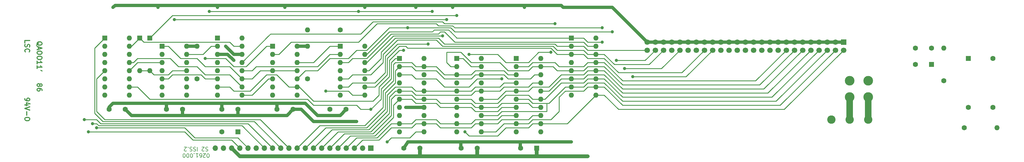
<source format=gbr>
G04 #@! TF.FileFunction,Copper,L1,Top,Signal*
%FSLAX46Y46*%
G04 Gerber Fmt 4.6, Leading zero omitted, Abs format (unit mm)*
G04 Created by KiCad (PCBNEW 4.0.7) date 05/04/18 04:30:26*
%MOMM*%
%LPD*%
G01*
G04 APERTURE LIST*
%ADD10C,0.100000*%
%ADD11C,0.200000*%
%ADD12C,0.300000*%
%ADD13C,1.600000*%
%ADD14R,1.600000X1.600000*%
%ADD15O,1.600000X1.600000*%
%ADD16R,1.700000X1.700000*%
%ADD17O,1.700000X1.700000*%
%ADD18C,1.700000*%
%ADD19C,2.600000*%
%ADD20C,3.000000*%
%ADD21C,1.000000*%
%ADD22C,1.000000*%
%ADD23C,1.200000*%
%ADD24C,2.000000*%
%ADD25C,0.270000*%
G04 APERTURE END LIST*
D10*
D11*
X112864428Y-164725143D02*
X112750143Y-164725143D01*
X112635857Y-164668000D01*
X112578714Y-164610857D01*
X112521571Y-164496571D01*
X112464428Y-164268000D01*
X112464428Y-163982286D01*
X112521571Y-163753714D01*
X112578714Y-163639429D01*
X112635857Y-163582286D01*
X112750143Y-163525143D01*
X112864428Y-163525143D01*
X112978714Y-163582286D01*
X113035857Y-163639429D01*
X113093000Y-163753714D01*
X113150143Y-163982286D01*
X113150143Y-164268000D01*
X113093000Y-164496571D01*
X113035857Y-164610857D01*
X112978714Y-164668000D01*
X112864428Y-164725143D01*
X112007286Y-164610857D02*
X111950143Y-164668000D01*
X111835857Y-164725143D01*
X111550143Y-164725143D01*
X111435857Y-164668000D01*
X111378714Y-164610857D01*
X111321571Y-164496571D01*
X111321571Y-164382286D01*
X111378714Y-164210857D01*
X112064428Y-163525143D01*
X111321571Y-163525143D01*
X110293000Y-164725143D02*
X110521571Y-164725143D01*
X110635857Y-164668000D01*
X110693000Y-164610857D01*
X110807286Y-164439429D01*
X110864429Y-164210857D01*
X110864429Y-163753714D01*
X110807286Y-163639429D01*
X110750143Y-163582286D01*
X110635857Y-163525143D01*
X110407286Y-163525143D01*
X110293000Y-163582286D01*
X110235857Y-163639429D01*
X110178714Y-163753714D01*
X110178714Y-164039429D01*
X110235857Y-164153714D01*
X110293000Y-164210857D01*
X110407286Y-164268000D01*
X110635857Y-164268000D01*
X110750143Y-164210857D01*
X110807286Y-164153714D01*
X110864429Y-164039429D01*
X109035857Y-163525143D02*
X109721572Y-163525143D01*
X109378714Y-163525143D02*
X109378714Y-164725143D01*
X109493000Y-164553714D01*
X109607286Y-164439429D01*
X109721572Y-164382286D01*
X108464429Y-163582286D02*
X108464429Y-163525143D01*
X108521572Y-163410857D01*
X108578715Y-163353714D01*
X107721571Y-164725143D02*
X107607286Y-164725143D01*
X107493000Y-164668000D01*
X107435857Y-164610857D01*
X107378714Y-164496571D01*
X107321571Y-164268000D01*
X107321571Y-163982286D01*
X107378714Y-163753714D01*
X107435857Y-163639429D01*
X107493000Y-163582286D01*
X107607286Y-163525143D01*
X107721571Y-163525143D01*
X107835857Y-163582286D01*
X107893000Y-163639429D01*
X107950143Y-163753714D01*
X108007286Y-163982286D01*
X108007286Y-164268000D01*
X107950143Y-164496571D01*
X107893000Y-164610857D01*
X107835857Y-164668000D01*
X107721571Y-164725143D01*
X106578714Y-164725143D02*
X106464429Y-164725143D01*
X106350143Y-164668000D01*
X106293000Y-164610857D01*
X106235857Y-164496571D01*
X106178714Y-164268000D01*
X106178714Y-163982286D01*
X106235857Y-163753714D01*
X106293000Y-163639429D01*
X106350143Y-163582286D01*
X106464429Y-163525143D01*
X106578714Y-163525143D01*
X106693000Y-163582286D01*
X106750143Y-163639429D01*
X106807286Y-163753714D01*
X106864429Y-163982286D01*
X106864429Y-164268000D01*
X106807286Y-164496571D01*
X106750143Y-164610857D01*
X106693000Y-164668000D01*
X106578714Y-164725143D01*
X105435857Y-164725143D02*
X105321572Y-164725143D01*
X105207286Y-164668000D01*
X105150143Y-164610857D01*
X105093000Y-164496571D01*
X105035857Y-164268000D01*
X105035857Y-163982286D01*
X105093000Y-163753714D01*
X105150143Y-163639429D01*
X105207286Y-163582286D01*
X105321572Y-163525143D01*
X105435857Y-163525143D01*
X105550143Y-163582286D01*
X105607286Y-163639429D01*
X105664429Y-163753714D01*
X105721572Y-163982286D01*
X105721572Y-164268000D01*
X105664429Y-164496571D01*
X105607286Y-164610857D01*
X105550143Y-164668000D01*
X105435857Y-164725143D01*
X112750143Y-161582286D02*
X112578714Y-161525143D01*
X112293000Y-161525143D01*
X112178714Y-161582286D01*
X112121571Y-161639429D01*
X112064428Y-161753714D01*
X112064428Y-161868000D01*
X112121571Y-161982286D01*
X112178714Y-162039429D01*
X112293000Y-162096571D01*
X112521571Y-162153714D01*
X112635857Y-162210857D01*
X112693000Y-162268000D01*
X112750143Y-162382286D01*
X112750143Y-162496571D01*
X112693000Y-162610857D01*
X112635857Y-162668000D01*
X112521571Y-162725143D01*
X112235857Y-162725143D01*
X112064428Y-162668000D01*
X111607286Y-162610857D02*
X111550143Y-162668000D01*
X111435857Y-162725143D01*
X111150143Y-162725143D01*
X111035857Y-162668000D01*
X110978714Y-162610857D01*
X110921571Y-162496571D01*
X110921571Y-162382286D01*
X110978714Y-162210857D01*
X111664428Y-161525143D01*
X110921571Y-161525143D01*
X109493000Y-161525143D02*
X109493000Y-162725143D01*
X108978714Y-161582286D02*
X108807285Y-161525143D01*
X108521571Y-161525143D01*
X108407285Y-161582286D01*
X108350142Y-161639429D01*
X108292999Y-161753714D01*
X108292999Y-161868000D01*
X108350142Y-161982286D01*
X108407285Y-162039429D01*
X108521571Y-162096571D01*
X108750142Y-162153714D01*
X108864428Y-162210857D01*
X108921571Y-162268000D01*
X108978714Y-162382286D01*
X108978714Y-162496571D01*
X108921571Y-162610857D01*
X108864428Y-162668000D01*
X108750142Y-162725143D01*
X108464428Y-162725143D01*
X108292999Y-162668000D01*
X107835857Y-161582286D02*
X107664428Y-161525143D01*
X107378714Y-161525143D01*
X107264428Y-161582286D01*
X107207285Y-161639429D01*
X107150142Y-161753714D01*
X107150142Y-161868000D01*
X107207285Y-161982286D01*
X107264428Y-162039429D01*
X107378714Y-162096571D01*
X107607285Y-162153714D01*
X107721571Y-162210857D01*
X107778714Y-162268000D01*
X107835857Y-162382286D01*
X107835857Y-162496571D01*
X107778714Y-162610857D01*
X107721571Y-162668000D01*
X107607285Y-162725143D01*
X107321571Y-162725143D01*
X107150142Y-162668000D01*
X106635857Y-161639429D02*
X106578714Y-161582286D01*
X106635857Y-161525143D01*
X106693000Y-161582286D01*
X106635857Y-161639429D01*
X106635857Y-161525143D01*
X106121571Y-162610857D02*
X106064428Y-162668000D01*
X105950142Y-162725143D01*
X105664428Y-162725143D01*
X105550142Y-162668000D01*
X105492999Y-162610857D01*
X105435856Y-162496571D01*
X105435856Y-162382286D01*
X105492999Y-162210857D01*
X106178713Y-161525143D01*
X105435856Y-161525143D01*
D12*
X55963429Y-146375857D02*
X55963429Y-146661572D01*
X56034857Y-146804429D01*
X56106286Y-146875857D01*
X56320571Y-147018715D01*
X56606286Y-147090143D01*
X57177714Y-147090143D01*
X57320571Y-147018715D01*
X57392000Y-146947286D01*
X57463429Y-146804429D01*
X57463429Y-146518715D01*
X57392000Y-146375857D01*
X57320571Y-146304429D01*
X57177714Y-146233000D01*
X56820571Y-146233000D01*
X56677714Y-146304429D01*
X56606286Y-146375857D01*
X56534857Y-146518715D01*
X56534857Y-146804429D01*
X56606286Y-146947286D01*
X56677714Y-147018715D01*
X56820571Y-147090143D01*
X56963429Y-148375857D02*
X55963429Y-148375857D01*
X57534857Y-148018714D02*
X56463429Y-147661571D01*
X56463429Y-148590143D01*
X57463429Y-148947285D02*
X55963429Y-149447285D01*
X57463429Y-149947285D01*
X56534857Y-150447285D02*
X56534857Y-151590142D01*
X57463429Y-152590142D02*
X57463429Y-152875856D01*
X57392000Y-153018714D01*
X57249143Y-153161571D01*
X56963429Y-153232999D01*
X56463429Y-153232999D01*
X56177714Y-153161571D01*
X56034857Y-153018714D01*
X55963429Y-152875856D01*
X55963429Y-152590142D01*
X56034857Y-152447285D01*
X56177714Y-152304428D01*
X56463429Y-152232999D01*
X56963429Y-152232999D01*
X57249143Y-152304428D01*
X57392000Y-152447285D01*
X57463429Y-152590142D01*
X55963429Y-129048001D02*
X55963429Y-128333715D01*
X57463429Y-128333715D01*
X56034857Y-129476572D02*
X55963429Y-129690858D01*
X55963429Y-130048001D01*
X56034857Y-130190858D01*
X56106286Y-130262287D01*
X56249143Y-130333715D01*
X56392000Y-130333715D01*
X56534857Y-130262287D01*
X56606286Y-130190858D01*
X56677714Y-130048001D01*
X56749143Y-129762287D01*
X56820571Y-129619429D01*
X56892000Y-129548001D01*
X57034857Y-129476572D01*
X57177714Y-129476572D01*
X57320571Y-129548001D01*
X57392000Y-129619429D01*
X57463429Y-129762287D01*
X57463429Y-130119429D01*
X57392000Y-130333715D01*
X56106286Y-131833715D02*
X56034857Y-131762286D01*
X55963429Y-131548000D01*
X55963429Y-131405143D01*
X56034857Y-131190858D01*
X56177714Y-131048000D01*
X56320571Y-130976572D01*
X56606286Y-130905143D01*
X56820571Y-130905143D01*
X57106286Y-130976572D01*
X57249143Y-131048000D01*
X57392000Y-131190858D01*
X57463429Y-131405143D01*
X57463429Y-131548000D01*
X57392000Y-131762286D01*
X57320571Y-131833715D01*
X59630571Y-129826572D02*
X59702000Y-129683715D01*
X59844857Y-129540858D01*
X60059143Y-129326572D01*
X60130571Y-129183715D01*
X60130571Y-129040858D01*
X59773429Y-129112286D02*
X59844857Y-128969429D01*
X59987714Y-128826572D01*
X60273429Y-128755143D01*
X60773429Y-128755143D01*
X61059143Y-128826572D01*
X61202000Y-128969429D01*
X61273429Y-129112286D01*
X61273429Y-129398000D01*
X61202000Y-129540858D01*
X61059143Y-129683715D01*
X60773429Y-129755143D01*
X60273429Y-129755143D01*
X59987714Y-129683715D01*
X59844857Y-129540858D01*
X59773429Y-129398000D01*
X59773429Y-129112286D01*
X60202000Y-130326572D02*
X60202000Y-131040858D01*
X59773429Y-130183715D02*
X61273429Y-130683715D01*
X59773429Y-131183715D01*
X61273429Y-131969429D02*
X61273429Y-132255143D01*
X61202000Y-132398001D01*
X61059143Y-132540858D01*
X60773429Y-132612286D01*
X60273429Y-132612286D01*
X59987714Y-132540858D01*
X59844857Y-132398001D01*
X59773429Y-132255143D01*
X59773429Y-131969429D01*
X59844857Y-131826572D01*
X59987714Y-131683715D01*
X60273429Y-131612286D01*
X60773429Y-131612286D01*
X61059143Y-131683715D01*
X61202000Y-131826572D01*
X61273429Y-131969429D01*
X61273429Y-133540858D02*
X61273429Y-133826572D01*
X61202000Y-133969430D01*
X61059143Y-134112287D01*
X60773429Y-134183715D01*
X60273429Y-134183715D01*
X59987714Y-134112287D01*
X59844857Y-133969430D01*
X59773429Y-133826572D01*
X59773429Y-133540858D01*
X59844857Y-133398001D01*
X59987714Y-133255144D01*
X60273429Y-133183715D01*
X60773429Y-133183715D01*
X61059143Y-133255144D01*
X61202000Y-133398001D01*
X61273429Y-133540858D01*
X59773429Y-135612287D02*
X59773429Y-134755144D01*
X59773429Y-135183716D02*
X61273429Y-135183716D01*
X61059143Y-135040859D01*
X60916286Y-134898001D01*
X60844857Y-134755144D01*
X59773429Y-137040858D02*
X59773429Y-136183715D01*
X59773429Y-136612287D02*
X61273429Y-136612287D01*
X61059143Y-136469430D01*
X60916286Y-136326572D01*
X60844857Y-136183715D01*
X61273429Y-137755143D02*
X60987714Y-137612286D01*
X60630571Y-142040858D02*
X60702000Y-141898000D01*
X60773429Y-141826572D01*
X60916286Y-141755143D01*
X60987714Y-141755143D01*
X61130571Y-141826572D01*
X61202000Y-141898000D01*
X61273429Y-142040858D01*
X61273429Y-142326572D01*
X61202000Y-142469429D01*
X61130571Y-142540858D01*
X60987714Y-142612286D01*
X60916286Y-142612286D01*
X60773429Y-142540858D01*
X60702000Y-142469429D01*
X60630571Y-142326572D01*
X60630571Y-142040858D01*
X60559143Y-141898000D01*
X60487714Y-141826572D01*
X60344857Y-141755143D01*
X60059143Y-141755143D01*
X59916286Y-141826572D01*
X59844857Y-141898000D01*
X59773429Y-142040858D01*
X59773429Y-142326572D01*
X59844857Y-142469429D01*
X59916286Y-142540858D01*
X60059143Y-142612286D01*
X60344857Y-142612286D01*
X60487714Y-142540858D01*
X60559143Y-142469429D01*
X60630571Y-142326572D01*
X61273429Y-143898000D02*
X61273429Y-143612286D01*
X61202000Y-143469429D01*
X61130571Y-143398000D01*
X60916286Y-143255143D01*
X60630571Y-143183714D01*
X60059143Y-143183714D01*
X59916286Y-143255143D01*
X59844857Y-143326571D01*
X59773429Y-143469429D01*
X59773429Y-143755143D01*
X59844857Y-143898000D01*
X59916286Y-143969429D01*
X60059143Y-144040857D01*
X60416286Y-144040857D01*
X60559143Y-143969429D01*
X60630571Y-143898000D01*
X60702000Y-143755143D01*
X60702000Y-143469429D01*
X60630571Y-143326571D01*
X60559143Y-143255143D01*
X60416286Y-143183714D01*
D13*
X87122000Y-149733000D03*
X82122000Y-149733000D03*
X104902000Y-149733000D03*
X99902000Y-149733000D03*
X122047000Y-149733000D03*
X117047000Y-149733000D03*
X139192000Y-149733000D03*
X134192000Y-149733000D03*
X178562000Y-161798000D03*
X173562000Y-161798000D03*
X196342000Y-161798000D03*
X191342000Y-161798000D03*
X337312000Y-130683000D03*
X332312000Y-130683000D03*
X150622000Y-149733000D03*
X155622000Y-149733000D03*
D14*
X208407000Y-133858000D03*
D15*
X216027000Y-156718000D03*
X208407000Y-136398000D03*
X216027000Y-154178000D03*
X208407000Y-138938000D03*
X216027000Y-151638000D03*
X208407000Y-141478000D03*
X216027000Y-149098000D03*
X208407000Y-144018000D03*
X216027000Y-146558000D03*
X208407000Y-146558000D03*
X216027000Y-144018000D03*
X208407000Y-149098000D03*
X216027000Y-141478000D03*
X208407000Y-151638000D03*
X216027000Y-138938000D03*
X208407000Y-154178000D03*
X216027000Y-136398000D03*
X208407000Y-156718000D03*
X216027000Y-133858000D03*
D14*
X189992000Y-133858000D03*
D15*
X197612000Y-156718000D03*
X189992000Y-136398000D03*
X197612000Y-154178000D03*
X189992000Y-138938000D03*
X197612000Y-151638000D03*
X189992000Y-141478000D03*
X197612000Y-149098000D03*
X189992000Y-144018000D03*
X197612000Y-146558000D03*
X189992000Y-146558000D03*
X197612000Y-144018000D03*
X189992000Y-149098000D03*
X197612000Y-141478000D03*
X189992000Y-151638000D03*
X197612000Y-138938000D03*
X189992000Y-154178000D03*
X197612000Y-136398000D03*
X189992000Y-156718000D03*
X197612000Y-133858000D03*
D14*
X172212000Y-133858000D03*
D15*
X179832000Y-156718000D03*
X172212000Y-136398000D03*
X179832000Y-154178000D03*
X172212000Y-138938000D03*
X179832000Y-151638000D03*
X172212000Y-141478000D03*
X179832000Y-149098000D03*
X172212000Y-144018000D03*
X179832000Y-146558000D03*
X172212000Y-146558000D03*
X179832000Y-144018000D03*
X172212000Y-149098000D03*
X179832000Y-141478000D03*
X172212000Y-151638000D03*
X179832000Y-138938000D03*
X172212000Y-154178000D03*
X179832000Y-136398000D03*
X172212000Y-156718000D03*
X179832000Y-133858000D03*
D14*
X80772000Y-127508000D03*
D15*
X88392000Y-145288000D03*
X80772000Y-130048000D03*
X88392000Y-142748000D03*
X80772000Y-132588000D03*
X88392000Y-140208000D03*
X80772000Y-135128000D03*
X88392000Y-137668000D03*
X80772000Y-137668000D03*
X88392000Y-135128000D03*
X80772000Y-140208000D03*
X88392000Y-132588000D03*
X80772000Y-142748000D03*
X88392000Y-130048000D03*
X80772000Y-145288000D03*
X88392000Y-127508000D03*
D14*
X132842000Y-130048000D03*
D15*
X140462000Y-145288000D03*
X132842000Y-132588000D03*
X140462000Y-142748000D03*
X132842000Y-135128000D03*
X140462000Y-140208000D03*
X132842000Y-137668000D03*
X140462000Y-137668000D03*
X132842000Y-140208000D03*
X140462000Y-135128000D03*
X132842000Y-142748000D03*
X140462000Y-132588000D03*
X132842000Y-145288000D03*
X140462000Y-130048000D03*
D14*
X153797000Y-130048000D03*
D15*
X161417000Y-145288000D03*
X153797000Y-132588000D03*
X161417000Y-142748000D03*
X153797000Y-135128000D03*
X161417000Y-140208000D03*
X153797000Y-137668000D03*
X161417000Y-137668000D03*
X153797000Y-140208000D03*
X161417000Y-135128000D03*
X153797000Y-142748000D03*
X161417000Y-132588000D03*
X153797000Y-145288000D03*
X161417000Y-130048000D03*
D14*
X98552000Y-130048000D03*
D15*
X106172000Y-145288000D03*
X98552000Y-132588000D03*
X106172000Y-142748000D03*
X98552000Y-135128000D03*
X106172000Y-140208000D03*
X98552000Y-137668000D03*
X106172000Y-137668000D03*
X98552000Y-140208000D03*
X106172000Y-135128000D03*
X98552000Y-142748000D03*
X106172000Y-132588000D03*
X98552000Y-145288000D03*
X106172000Y-130048000D03*
D14*
X115697000Y-127508000D03*
D15*
X123317000Y-145288000D03*
X115697000Y-130048000D03*
X123317000Y-142748000D03*
X115697000Y-132588000D03*
X123317000Y-140208000D03*
X115697000Y-135128000D03*
X123317000Y-137668000D03*
X115697000Y-137668000D03*
X123317000Y-135128000D03*
X115697000Y-140208000D03*
X123317000Y-132588000D03*
X115697000Y-142748000D03*
X123317000Y-130048000D03*
X115697000Y-145288000D03*
X123317000Y-127508000D03*
D14*
X348742000Y-133858000D03*
D13*
X356362000Y-133858000D03*
X356362000Y-149098000D03*
X348742000Y-149098000D03*
D16*
X163322000Y-161798000D03*
D17*
X160782000Y-161798000D03*
X158242000Y-161798000D03*
X155702000Y-161798000D03*
X153162000Y-161798000D03*
X150622000Y-161798000D03*
X148082000Y-161798000D03*
X145542000Y-161798000D03*
X143002000Y-161798000D03*
X140462000Y-161798000D03*
X137922000Y-161798000D03*
X135382000Y-161798000D03*
X132842000Y-161798000D03*
X130302000Y-161798000D03*
X127762000Y-161798000D03*
X125222000Y-161798000D03*
X122682000Y-161798000D03*
X120142000Y-161798000D03*
X117602000Y-161798000D03*
X115062000Y-161798000D03*
D14*
X225552000Y-127508000D03*
D15*
X233172000Y-145288000D03*
X225552000Y-130048000D03*
X233172000Y-142748000D03*
X225552000Y-132588000D03*
X233172000Y-140208000D03*
X225552000Y-135128000D03*
X233172000Y-137668000D03*
X225552000Y-137668000D03*
X233172000Y-135128000D03*
X225552000Y-140208000D03*
X233172000Y-132588000D03*
X225552000Y-142748000D03*
X233172000Y-130048000D03*
X225552000Y-145288000D03*
X233172000Y-127508000D03*
D16*
X310007000Y-128778000D03*
D18*
X310007000Y-131318000D03*
X307467000Y-128778000D03*
X307467000Y-131318000D03*
X304927000Y-128778000D03*
X304927000Y-131318000D03*
X302387000Y-128778000D03*
X302387000Y-131318000D03*
X299847000Y-128778000D03*
X299847000Y-131318000D03*
X297307000Y-128778000D03*
X297307000Y-131318000D03*
X294767000Y-128778000D03*
X294767000Y-131318000D03*
X292227000Y-128778000D03*
X292227000Y-131318000D03*
X289687000Y-128778000D03*
X289687000Y-131318000D03*
X287147000Y-128778000D03*
X287147000Y-131318000D03*
X284607000Y-128778000D03*
X284607000Y-131318000D03*
X282067000Y-128778000D03*
X282067000Y-131318000D03*
X279527000Y-128778000D03*
X279527000Y-131318000D03*
X276987000Y-128778000D03*
X276987000Y-131318000D03*
X274447000Y-128778000D03*
X274447000Y-131318000D03*
X271907000Y-128778000D03*
X271907000Y-131318000D03*
X269367000Y-128778000D03*
X269367000Y-131318000D03*
X266827000Y-128778000D03*
X266827000Y-131318000D03*
X264287000Y-128778000D03*
X264287000Y-131318000D03*
X261747000Y-128778000D03*
X261747000Y-131318000D03*
X259207000Y-128778000D03*
X259207000Y-131318000D03*
X256667000Y-128778000D03*
X256667000Y-131318000D03*
X254127000Y-128778000D03*
X254127000Y-131318000D03*
X251587000Y-128778000D03*
X251587000Y-131318000D03*
X249047000Y-128778000D03*
X249047000Y-131318000D03*
D14*
X122047000Y-156718000D03*
D13*
X117047000Y-156718000D03*
D14*
X214757000Y-161798000D03*
D13*
X209757000Y-161798000D03*
D14*
X337312000Y-135763000D03*
D13*
X332312000Y-135763000D03*
D14*
X94742000Y-127508000D03*
D15*
X94742000Y-137668000D03*
D13*
X143637000Y-140208000D03*
D15*
X143637000Y-130048000D03*
D13*
X153797000Y-124968000D03*
D15*
X143637000Y-124968000D03*
D13*
X109347000Y-140208000D03*
D15*
X109347000Y-130048000D03*
D13*
X341122000Y-140843000D03*
D15*
X341122000Y-130683000D03*
D13*
X347472000Y-155448000D03*
D15*
X357632000Y-155448000D03*
D14*
X91567000Y-127508000D03*
D15*
X91567000Y-137668000D03*
D19*
X317627000Y-152908000D03*
X306197000Y-152908000D03*
X311912000Y-152908000D03*
D20*
X317627000Y-145923000D03*
X317627000Y-140843000D03*
X311912000Y-145923000D03*
X311912000Y-140843000D03*
D21*
X120777000Y-134493000D03*
X158877000Y-153543000D03*
X230632000Y-164338000D03*
X174117000Y-149098000D03*
X118237000Y-130048000D03*
X223012000Y-117983000D03*
X161417000Y-117983000D03*
X225552000Y-159893000D03*
X210947000Y-117983000D03*
X188722000Y-117983000D03*
X177292000Y-117983000D03*
X136652000Y-117983000D03*
X115697000Y-117983000D03*
X97282000Y-117983000D03*
X83312000Y-117983000D03*
X203962000Y-140208000D03*
X220472000Y-123063000D03*
X192532000Y-156718000D03*
X219202000Y-131953000D03*
X193802000Y-132588000D03*
X102362000Y-121793000D03*
X186817000Y-121793000D03*
X163322000Y-149733000D03*
X168402000Y-159893000D03*
X185547000Y-126873000D03*
X173482000Y-131318000D03*
X238252000Y-125603000D03*
X174752000Y-124333000D03*
X182372000Y-119253000D03*
X113157000Y-119253000D03*
X159512000Y-119253000D03*
X149352000Y-144018000D03*
X181102000Y-129413000D03*
X74422000Y-152908000D03*
X75692000Y-156718000D03*
X76962000Y-154178000D03*
X78232000Y-155448000D03*
X189992000Y-120523000D03*
X111887000Y-133858000D03*
X235077000Y-124333000D03*
X239522000Y-134493000D03*
X235077000Y-128778000D03*
X242062000Y-137033000D03*
X244602000Y-139573000D03*
D22*
X106172000Y-130048000D02*
X109347000Y-130048000D01*
X140462000Y-130048000D02*
X143637000Y-130048000D01*
X115697000Y-132588000D02*
X118872000Y-132588000D01*
X118872000Y-132588000D02*
X120777000Y-134493000D01*
X158877000Y-153544100D02*
X158877002Y-153544102D01*
X158877000Y-153543000D02*
X158877000Y-153544100D01*
X141732000Y-149733000D02*
X145541975Y-153543025D01*
X145541975Y-153543025D02*
X158877002Y-153544102D01*
X141732000Y-149733000D02*
X139192000Y-149733000D01*
D23*
X230632000Y-164338000D02*
X214757000Y-164338000D01*
X214757000Y-161798000D02*
X214757000Y-164338000D01*
X196342000Y-161798000D02*
X196342000Y-164338000D01*
X178562000Y-161798000D02*
X178562000Y-164338000D01*
X120142000Y-161798000D02*
X122682000Y-164338000D01*
X122682000Y-164338000D02*
X178562000Y-164338000D01*
X178562000Y-164338000D02*
X196342000Y-164338000D01*
X196342000Y-164338000D02*
X214757000Y-164338000D01*
D22*
X104902000Y-149733000D02*
X104902000Y-151638000D01*
X122047000Y-149733000D02*
X122047000Y-151638000D01*
X87122000Y-149733000D02*
X89027000Y-151638000D01*
X137287000Y-151638000D02*
X139192000Y-149733000D01*
X89027000Y-151638000D02*
X104902000Y-151638000D01*
X104902000Y-151638000D02*
X122047000Y-151638000D01*
X122047000Y-151638000D02*
X137287000Y-151638000D01*
X179832000Y-149098000D02*
X174117000Y-149098000D01*
X123317000Y-132588000D02*
X120777000Y-132588000D01*
X120777000Y-132588000D02*
X118237000Y-130048000D01*
X97282000Y-117983000D02*
X97282000Y-117348000D01*
X97282000Y-117348000D02*
X97282000Y-117983000D01*
X177292000Y-117983000D02*
X177292000Y-117348000D01*
X177292000Y-117348000D02*
X177292000Y-117983000D01*
X188722000Y-117983000D02*
X188722000Y-117348000D01*
X188722000Y-117348000D02*
X188722000Y-117983000D01*
X136652000Y-117983000D02*
X136652000Y-117348000D01*
X136652000Y-117348000D02*
X136652000Y-117983000D01*
X115697000Y-117983000D02*
X115697000Y-117348000D01*
X115697000Y-117348000D02*
X115697000Y-117983000D01*
X223012000Y-117983000D02*
X222377000Y-117348000D01*
X222377000Y-117348000D02*
X210947000Y-117348000D01*
X249047000Y-128778000D02*
X238252000Y-117983000D01*
X238252000Y-117983000D02*
X223012000Y-117983000D01*
X155622000Y-149733000D02*
X155622000Y-149813000D01*
X155622000Y-149813000D02*
X153797000Y-151638000D01*
X161417000Y-117983000D02*
X161417000Y-117348000D01*
X225552000Y-159893000D02*
X209677000Y-159893000D01*
X210947000Y-117983000D02*
X210947000Y-117348000D01*
X188722000Y-117983000D02*
X188722000Y-117983000D01*
X177292000Y-117983000D02*
X177292000Y-117983000D01*
X136652000Y-117983000D02*
X136652000Y-117983000D01*
X115697000Y-117983000D02*
X115697000Y-117983000D01*
X97282000Y-117983000D02*
X97282000Y-117983000D01*
X189357000Y-117348000D02*
X210947000Y-117348000D01*
X177292000Y-117348000D02*
X189357000Y-117348000D01*
X137287000Y-117348000D02*
X161417000Y-117348000D01*
X161417000Y-117348000D02*
X177292000Y-117348000D01*
X116332000Y-117348000D02*
X137287000Y-117348000D01*
X97917000Y-117348000D02*
X116332000Y-117348000D01*
X83947000Y-117348000D02*
X97917000Y-117348000D01*
X83312000Y-117983000D02*
X83947000Y-117348000D01*
X191342000Y-161798000D02*
X191262000Y-161718000D01*
X191262000Y-161718000D02*
X191262000Y-159893000D01*
X209757000Y-161798000D02*
X209677000Y-161718000D01*
X209677000Y-161718000D02*
X209677000Y-159893000D01*
X173562000Y-161798000D02*
X174832000Y-159893000D01*
X174832000Y-159893000D02*
X191262000Y-159893000D01*
X191262000Y-159893000D02*
X209677000Y-159893000D01*
X249047000Y-128778000D02*
X251587000Y-128778000D01*
X251587000Y-128778000D02*
X254127000Y-128778000D01*
X254127000Y-128778000D02*
X256667000Y-128778000D01*
X256667000Y-128778000D02*
X259207000Y-128778000D01*
X259207000Y-128778000D02*
X261747000Y-128778000D01*
X261747000Y-128778000D02*
X264287000Y-128778000D01*
X264287000Y-128778000D02*
X266827000Y-128778000D01*
X266827000Y-128778000D02*
X269367000Y-128778000D01*
X269367000Y-128778000D02*
X271907000Y-128778000D01*
X271907000Y-128778000D02*
X274447000Y-128778000D01*
X274447000Y-128778000D02*
X276987000Y-128778000D01*
X276987000Y-128778000D02*
X279527000Y-128778000D01*
X279527000Y-128778000D02*
X282067000Y-128778000D01*
X282067000Y-128778000D02*
X284607000Y-128778000D01*
X284607000Y-128778000D02*
X287147000Y-128778000D01*
X287147000Y-128778000D02*
X289687000Y-128778000D01*
X289687000Y-128778000D02*
X292227000Y-128778000D01*
X292227000Y-128778000D02*
X294767000Y-128778000D01*
X294767000Y-128778000D02*
X297307000Y-128778000D01*
X297307000Y-128778000D02*
X299847000Y-128778000D01*
X299847000Y-128778000D02*
X302387000Y-128778000D01*
X302387000Y-128778000D02*
X304927000Y-128778000D01*
X304927000Y-128778000D02*
X307467000Y-128778000D01*
X307467000Y-128778000D02*
X310007000Y-128778000D01*
X99902000Y-149733000D02*
X99902000Y-147828000D01*
X99902000Y-147828000D02*
X99822000Y-147828000D01*
X117047000Y-149733000D02*
X117047000Y-147828000D01*
X117047000Y-147828000D02*
X116967000Y-147828000D01*
X134192000Y-149733000D02*
X134192000Y-147828000D01*
X134192000Y-147828000D02*
X134112000Y-147828000D01*
X82122000Y-149733000D02*
X82122000Y-149018000D01*
X82122000Y-149018000D02*
X83312000Y-147828000D01*
X83312000Y-147828000D02*
X99822000Y-147828000D01*
X99822000Y-147828000D02*
X116967000Y-147828000D01*
X116967000Y-147828000D02*
X134112000Y-147828000D01*
X134112000Y-147828000D02*
X143002000Y-147828000D01*
X143002000Y-147828000D02*
X146812000Y-151638000D01*
X146812000Y-151638000D02*
X153797000Y-151638000D01*
D24*
X311912000Y-145923000D02*
X311912000Y-152908000D01*
D25*
X153797000Y-130048000D02*
X150622000Y-130048000D01*
X145542000Y-135128000D02*
X140462000Y-135128000D01*
X150622000Y-130048000D02*
X145542000Y-135128000D01*
X176022000Y-138938000D02*
X177292000Y-140208000D01*
X177292000Y-140208000D02*
X183642000Y-140208000D01*
X183642000Y-140208000D02*
X186182000Y-142748000D01*
X186182000Y-142748000D02*
X193802000Y-142748000D01*
X193802000Y-142748000D02*
X196342000Y-140208000D01*
X196342000Y-140208000D02*
X202057000Y-140208000D01*
X176022000Y-138938000D02*
X172212000Y-138938000D01*
X203962000Y-140208000D02*
X202057000Y-140208000D01*
X131572000Y-126873000D02*
X132207000Y-126238000D01*
X132207000Y-126238000D02*
X160147000Y-126238000D01*
X160147000Y-126238000D02*
X163957000Y-122428000D01*
X163957000Y-122428000D02*
X185547000Y-122428000D01*
X185547000Y-122428000D02*
X186182000Y-123063000D01*
X186182000Y-123063000D02*
X220472000Y-123063000D01*
X131572000Y-126873000D02*
X123317000Y-135128000D01*
X208407000Y-136398000D02*
X212217000Y-136398000D01*
X230632000Y-135128000D02*
X233172000Y-135128000D01*
X229362000Y-136398000D02*
X230632000Y-135128000D01*
X221742000Y-136398000D02*
X229362000Y-136398000D01*
X220472000Y-135128000D02*
X221742000Y-136398000D01*
X213487000Y-135128000D02*
X220472000Y-135128000D01*
X212217000Y-136398000D02*
X213487000Y-135128000D01*
X292227000Y-131318000D02*
X282702000Y-140843000D01*
X235712000Y-135128000D02*
X233172000Y-135128000D01*
X241427000Y-140843000D02*
X235712000Y-135128000D01*
X282702000Y-140843000D02*
X241427000Y-140843000D01*
X192532000Y-156718000D02*
X193802000Y-157988000D01*
X213487000Y-154178000D02*
X216027000Y-154178000D01*
X212217000Y-155448000D02*
X213487000Y-154178000D01*
X205232000Y-155448000D02*
X212217000Y-155448000D01*
X202692000Y-157988000D02*
X205232000Y-155448000D01*
X193802000Y-157988000D02*
X202692000Y-157988000D01*
X216027000Y-154178000D02*
X224282000Y-154178000D01*
X224282000Y-154178000D02*
X233172000Y-145288000D01*
X310007000Y-131318000D02*
X291592000Y-149733000D01*
X235712000Y-145288000D02*
X233172000Y-145288000D01*
X240157000Y-149733000D02*
X235712000Y-145288000D01*
X291592000Y-149733000D02*
X240157000Y-149733000D01*
X179832000Y-136398000D02*
X177292000Y-136398000D01*
X176022000Y-135128000D02*
X177292000Y-136398000D01*
X170942000Y-135128000D02*
X176022000Y-135128000D01*
X170307000Y-135763000D02*
X170942000Y-135128000D01*
X170307000Y-140843000D02*
X170307000Y-135763000D01*
X167132000Y-144018000D02*
X170307000Y-140843000D01*
X167132000Y-149098000D02*
X167132000Y-144018000D01*
X161417000Y-154813000D02*
X167132000Y-149098000D01*
X147447000Y-154813000D02*
X161417000Y-154813000D01*
X147447000Y-154813000D02*
X140462000Y-161798000D01*
X179832000Y-136398000D02*
X183642000Y-136398000D01*
X183642000Y-136398000D02*
X186182000Y-138938000D01*
X189992000Y-138938000D02*
X194437000Y-138938000D01*
X205867000Y-138938000D02*
X208407000Y-138938000D01*
X204597000Y-137668000D02*
X205867000Y-138938000D01*
X195707000Y-137668000D02*
X204597000Y-137668000D01*
X194437000Y-138938000D02*
X195707000Y-137668000D01*
X186182000Y-138938000D02*
X189992000Y-138938000D01*
X197612000Y-149098000D02*
X202692000Y-149098000D01*
X213487000Y-149098000D02*
X216027000Y-149098000D01*
X212217000Y-147828000D02*
X213487000Y-149098000D01*
X203962000Y-147828000D02*
X212217000Y-147828000D01*
X202692000Y-149098000D02*
X203962000Y-147828000D01*
X179832000Y-146558000D02*
X183642000Y-146558000D01*
X195707000Y-149098000D02*
X197612000Y-149098000D01*
X194437000Y-147828000D02*
X195707000Y-149098000D01*
X184912000Y-147828000D02*
X194437000Y-147828000D01*
X183642000Y-146558000D02*
X184912000Y-147828000D01*
X150622000Y-161798000D02*
X155067000Y-157353000D01*
X177292000Y-146558000D02*
X179832000Y-146558000D01*
X176022000Y-145288000D02*
X177292000Y-146558000D01*
X170942000Y-145288000D02*
X176022000Y-145288000D01*
X169672000Y-146558000D02*
X170942000Y-145288000D01*
X169672000Y-151638000D02*
X169672000Y-146558000D01*
X163957000Y-157353000D02*
X169672000Y-151638000D01*
X155067000Y-157353000D02*
X163957000Y-157353000D01*
X216027000Y-138938000D02*
X214122000Y-138938000D01*
X204597000Y-138938000D02*
X197612000Y-138938000D01*
X205867000Y-140208000D02*
X204597000Y-138938000D01*
X212852000Y-140208000D02*
X205867000Y-140208000D01*
X214122000Y-138938000D02*
X212852000Y-140208000D01*
X172212000Y-136398000D02*
X176022000Y-136398000D01*
X195707000Y-138938000D02*
X197612000Y-138938000D01*
X194437000Y-140208000D02*
X195707000Y-138938000D01*
X186182000Y-140208000D02*
X194437000Y-140208000D01*
X183642000Y-137668000D02*
X186182000Y-140208000D01*
X177292000Y-137668000D02*
X183642000Y-137668000D01*
X176022000Y-136398000D02*
X177292000Y-137668000D01*
X143002000Y-161798000D02*
X149352000Y-155448000D01*
X170942000Y-137668000D02*
X172212000Y-136398000D01*
X170942000Y-141478000D02*
X170942000Y-137668000D01*
X167767000Y-144653000D02*
X170942000Y-141478000D01*
X167767000Y-149733000D02*
X167767000Y-144653000D01*
X162052000Y-155448000D02*
X167767000Y-149733000D01*
X149352000Y-155448000D02*
X162052000Y-155448000D01*
X172212000Y-146558000D02*
X176022000Y-146558000D01*
X184912000Y-149098000D02*
X189992000Y-149098000D01*
X183642000Y-147828000D02*
X184912000Y-149098000D01*
X177292000Y-147828000D02*
X183642000Y-147828000D01*
X176022000Y-146558000D02*
X177292000Y-147828000D01*
X189992000Y-149098000D02*
X194437000Y-149098000D01*
X194437000Y-149098000D02*
X195707000Y-150368000D01*
X195707000Y-150368000D02*
X202692000Y-150368000D01*
X202692000Y-150368000D02*
X203962000Y-149098000D01*
X203962000Y-149098000D02*
X208407000Y-149098000D01*
X172212000Y-146558000D02*
X170307000Y-148463000D01*
X156972000Y-157988000D02*
X153162000Y-161798000D01*
X164592000Y-157988000D02*
X156972000Y-157988000D01*
X170307000Y-152273000D02*
X164592000Y-157988000D01*
X170307000Y-148463000D02*
X170307000Y-152273000D01*
X208407000Y-144018000D02*
X212217000Y-144018000D01*
X230632000Y-137668000D02*
X233172000Y-137668000D01*
X229362000Y-138938000D02*
X230632000Y-137668000D01*
X222377000Y-138938000D02*
X229362000Y-138938000D01*
X218567000Y-142748000D02*
X222377000Y-138938000D01*
X213487000Y-142748000D02*
X218567000Y-142748000D01*
X212217000Y-144018000D02*
X213487000Y-142748000D01*
X197612000Y-146558000D02*
X202692000Y-146558000D01*
X205232000Y-144018000D02*
X208407000Y-144018000D01*
X202692000Y-146558000D02*
X205232000Y-144018000D01*
X297307000Y-131318000D02*
X285242000Y-143383000D01*
X241427000Y-143383000D02*
X235712000Y-137668000D01*
X235712000Y-137668000D02*
X233172000Y-137668000D01*
X285242000Y-143383000D02*
X241427000Y-143383000D01*
X189992000Y-146558000D02*
X194437000Y-146558000D01*
X213487000Y-146558000D02*
X216027000Y-146558000D01*
X212217000Y-145288000D02*
X213487000Y-146558000D01*
X205232000Y-145288000D02*
X212217000Y-145288000D01*
X202692000Y-147828000D02*
X205232000Y-145288000D01*
X195707000Y-147828000D02*
X202692000Y-147828000D01*
X194437000Y-146558000D02*
X195707000Y-147828000D01*
X216027000Y-146558000D02*
X217297000Y-146558000D01*
X230632000Y-140208000D02*
X233172000Y-140208000D01*
X229362000Y-141478000D02*
X230632000Y-140208000D01*
X222377000Y-141478000D02*
X229362000Y-141478000D01*
X217297000Y-146558000D02*
X222377000Y-141478000D01*
X302387000Y-131318000D02*
X287782000Y-145923000D01*
X235712000Y-140208000D02*
X233172000Y-140208000D01*
X241427000Y-145923000D02*
X235712000Y-140208000D01*
X287782000Y-145923000D02*
X241427000Y-145923000D01*
X217932000Y-150368000D02*
X217932000Y-147828000D01*
X202692000Y-151638000D02*
X203962000Y-150368000D01*
X203962000Y-150368000D02*
X217932000Y-150368000D01*
X202692000Y-151638000D02*
X197612000Y-151638000D01*
X208407000Y-146558000D02*
X212217000Y-146558000D01*
X212217000Y-146558000D02*
X213487000Y-147828000D01*
X213487000Y-147828000D02*
X217932000Y-147828000D01*
X223647000Y-142748000D02*
X225552000Y-142748000D01*
X218567000Y-147828000D02*
X223647000Y-142748000D01*
X217932000Y-147828000D02*
X218567000Y-147828000D01*
X304927000Y-131318000D02*
X289052000Y-147193000D01*
X229362000Y-142748000D02*
X225552000Y-142748000D01*
X230632000Y-141478000D02*
X229362000Y-142748000D01*
X235712000Y-141478000D02*
X230632000Y-141478000D01*
X241427000Y-147193000D02*
X235712000Y-141478000D01*
X289052000Y-147193000D02*
X241427000Y-147193000D01*
X217297000Y-131953000D02*
X215392000Y-131953000D01*
X219202000Y-131953000D02*
X217297000Y-131953000D01*
X202692000Y-132588000D02*
X193802000Y-132588000D01*
X205232000Y-135128000D02*
X202692000Y-132588000D01*
X212217000Y-135128000D02*
X205232000Y-135128000D01*
X215392000Y-131953000D02*
X212217000Y-135128000D01*
X216027000Y-144018000D02*
X218567000Y-144018000D01*
X222377000Y-140208000D02*
X225552000Y-140208000D01*
X218567000Y-144018000D02*
X222377000Y-140208000D01*
X299847000Y-131318000D02*
X286512000Y-144653000D01*
X229362000Y-140208000D02*
X225552000Y-140208000D01*
X230632000Y-138938000D02*
X229362000Y-140208000D01*
X235712000Y-138938000D02*
X230632000Y-138938000D01*
X241427000Y-144653000D02*
X235712000Y-138938000D01*
X286512000Y-144653000D02*
X241427000Y-144653000D01*
X176022000Y-142748000D02*
X177292000Y-144018000D01*
X177292000Y-144018000D02*
X179832000Y-144018000D01*
X179832000Y-144018000D02*
X189992000Y-144018000D01*
X151257000Y-156083000D02*
X162687000Y-156083000D01*
X162687000Y-156083000D02*
X168402000Y-150368000D01*
X168402000Y-150368000D02*
X168402000Y-145288000D01*
X168402000Y-145288000D02*
X170942000Y-142748000D01*
X151257000Y-156083000D02*
X145542000Y-161798000D01*
X176022000Y-142748000D02*
X170942000Y-142748000D01*
X189992000Y-144018000D02*
X194437000Y-144018000D01*
X194437000Y-144018000D02*
X195707000Y-142748000D01*
X195707000Y-142748000D02*
X203327000Y-142748000D01*
X203327000Y-142748000D02*
X204597000Y-141478000D01*
X204597000Y-141478000D02*
X208407000Y-141478000D01*
X189992000Y-154178000D02*
X194437000Y-154178000D01*
X203962000Y-151638000D02*
X208407000Y-151638000D01*
X202692000Y-152908000D02*
X203962000Y-151638000D01*
X195707000Y-152908000D02*
X202692000Y-152908000D01*
X194437000Y-154178000D02*
X195707000Y-152908000D01*
X172212000Y-154178000D02*
X176022000Y-154178000D01*
X184912000Y-154178000D02*
X189992000Y-154178000D01*
X183642000Y-152908000D02*
X184912000Y-154178000D01*
X177292000Y-152908000D02*
X183642000Y-152908000D01*
X176022000Y-154178000D02*
X177292000Y-152908000D01*
X172212000Y-154178000D02*
X169672000Y-154178000D01*
X158877000Y-158623000D02*
X155702000Y-161798000D01*
X165227000Y-158623000D02*
X158877000Y-158623000D01*
X169672000Y-154178000D02*
X165227000Y-158623000D01*
X172212000Y-144018000D02*
X174752000Y-144018000D01*
X195707000Y-144018000D02*
X197612000Y-144018000D01*
X194437000Y-145288000D02*
X195707000Y-144018000D01*
X177292000Y-145288000D02*
X194437000Y-145288000D01*
X176022000Y-144018000D02*
X177292000Y-145288000D01*
X174752000Y-144018000D02*
X176022000Y-144018000D01*
X172212000Y-144018000D02*
X170942000Y-144018000D01*
X153162000Y-156718000D02*
X163322000Y-156718000D01*
X163322000Y-156718000D02*
X169037000Y-151003000D01*
X169037000Y-151003000D02*
X169037000Y-145923000D01*
X169037000Y-145923000D02*
X170942000Y-144018000D01*
X153162000Y-156718000D02*
X148082000Y-161798000D01*
X197612000Y-144018000D02*
X203327000Y-144018000D01*
X203327000Y-144018000D02*
X204597000Y-142748000D01*
X204597000Y-142748000D02*
X212217000Y-142748000D01*
X212217000Y-142748000D02*
X213487000Y-141478000D01*
X213487000Y-141478000D02*
X216027000Y-141478000D01*
X186817000Y-121793000D02*
X102362000Y-121793000D01*
X197612000Y-154178000D02*
X202692000Y-154178000D01*
X213487000Y-151638000D02*
X216027000Y-151638000D01*
X212217000Y-152908000D02*
X213487000Y-151638000D01*
X203962000Y-152908000D02*
X212217000Y-152908000D01*
X202692000Y-154178000D02*
X203962000Y-152908000D01*
X179832000Y-154178000D02*
X183642000Y-154178000D01*
X195707000Y-154178000D02*
X197612000Y-154178000D01*
X194437000Y-155448000D02*
X195707000Y-154178000D01*
X184912000Y-155448000D02*
X194437000Y-155448000D01*
X183642000Y-154178000D02*
X184912000Y-155448000D01*
X158242000Y-161798000D02*
X160782000Y-159258000D01*
X177292000Y-154178000D02*
X179832000Y-154178000D01*
X176022000Y-155448000D02*
X177292000Y-154178000D01*
X169672000Y-155448000D02*
X176022000Y-155448000D01*
X165862000Y-159258000D02*
X169672000Y-155448000D01*
X160782000Y-159258000D02*
X165862000Y-159258000D01*
X208407000Y-154178000D02*
X212217000Y-154178000D01*
X230632000Y-142748000D02*
X233172000Y-142748000D01*
X229362000Y-144018000D02*
X230632000Y-142748000D01*
X223647000Y-144018000D02*
X229362000Y-144018000D01*
X221742000Y-145923000D02*
X223647000Y-144018000D01*
X221742000Y-150368000D02*
X221742000Y-145923000D01*
X219202000Y-152908000D02*
X221742000Y-150368000D01*
X213487000Y-152908000D02*
X219202000Y-152908000D01*
X212217000Y-154178000D02*
X213487000Y-152908000D01*
X307467000Y-131318000D02*
X290322000Y-148463000D01*
X290322000Y-148463000D02*
X241427000Y-148463000D01*
X241427000Y-148463000D02*
X235712000Y-142748000D01*
X235712000Y-142748000D02*
X233172000Y-142748000D01*
X197612000Y-156718000D02*
X202057000Y-156718000D01*
X204597000Y-154178000D02*
X208407000Y-154178000D01*
X202057000Y-156718000D02*
X204597000Y-154178000D01*
X186817000Y-131953000D02*
X191262000Y-131953000D01*
X188087000Y-136398000D02*
X186817000Y-135128000D01*
X186817000Y-135128000D02*
X186817000Y-131953000D01*
X189992000Y-136398000D02*
X188087000Y-136398000D01*
X213487000Y-136398000D02*
X216027000Y-136398000D01*
X212217000Y-137668000D02*
X213487000Y-136398000D01*
X205867000Y-137668000D02*
X212217000Y-137668000D01*
X203327000Y-135128000D02*
X205867000Y-137668000D01*
X194437000Y-135128000D02*
X203327000Y-135128000D01*
X191262000Y-131953000D02*
X194437000Y-135128000D01*
X216027000Y-136398000D02*
X219837000Y-136398000D01*
X221107000Y-137668000D02*
X225552000Y-137668000D01*
X219837000Y-136398000D02*
X221107000Y-137668000D01*
X294767000Y-131318000D02*
X283972000Y-142113000D01*
X229362000Y-137668000D02*
X225552000Y-137668000D01*
X230632000Y-136398000D02*
X229362000Y-137668000D01*
X235712000Y-136398000D02*
X230632000Y-136398000D01*
X241427000Y-142113000D02*
X235712000Y-136398000D01*
X283972000Y-142113000D02*
X241427000Y-142113000D01*
X88392000Y-130048000D02*
X89027000Y-130048000D01*
X89027000Y-130048000D02*
X91567000Y-127508000D01*
X91567000Y-127508000D02*
X92837000Y-128778000D01*
X92837000Y-128778000D02*
X119507000Y-128778000D01*
X119507000Y-128778000D02*
X120777000Y-130048000D01*
X120777000Y-130048000D02*
X123317000Y-130048000D01*
X179832000Y-156718000D02*
X177292000Y-156718000D01*
X169672000Y-158623000D02*
X168402000Y-159893000D01*
X175387000Y-158623000D02*
X169672000Y-158623000D01*
X177292000Y-156718000D02*
X175387000Y-158623000D01*
X158877000Y-148463000D02*
X145542000Y-148463000D01*
X145542000Y-148463000D02*
X143637000Y-146558000D01*
X88392000Y-142748000D02*
X90932000Y-142748000D01*
X94742000Y-146558000D02*
X143637000Y-146558000D01*
X90932000Y-142748000D02*
X94742000Y-146558000D01*
X170942000Y-133858000D02*
X172212000Y-133858000D01*
X169672000Y-135128000D02*
X170942000Y-133858000D01*
X169672000Y-140208000D02*
X169672000Y-135128000D01*
X166497000Y-143383000D02*
X169672000Y-140208000D01*
X166497000Y-146558000D02*
X166497000Y-143383000D01*
X163322000Y-149733000D02*
X166497000Y-146558000D01*
X160147000Y-149733000D02*
X163322000Y-149733000D01*
X158877000Y-148463000D02*
X160147000Y-149733000D01*
X162052000Y-135128000D02*
X170307000Y-126873000D01*
X170307000Y-126873000D02*
X171577000Y-126873000D01*
X185547000Y-126873000D02*
X171577000Y-126873000D01*
X162052000Y-135128000D02*
X161417000Y-135128000D01*
X163957000Y-147193000D02*
X146812000Y-147193000D01*
X146812000Y-147193000D02*
X145542000Y-147193000D01*
X145542000Y-147193000D02*
X141097000Y-142748000D01*
X165862000Y-145288000D02*
X163957000Y-147193000D01*
X165862000Y-142748000D02*
X165862000Y-145288000D01*
X169037000Y-139573000D02*
X165862000Y-142748000D01*
X169037000Y-134493000D02*
X169037000Y-139573000D01*
X172212000Y-131318000D02*
X169037000Y-134493000D01*
X173482000Y-131318000D02*
X172212000Y-131318000D01*
X141097000Y-142748000D02*
X140462000Y-142748000D01*
X115697000Y-142748000D02*
X119507000Y-142748000D01*
X137922000Y-142748000D02*
X140462000Y-142748000D01*
X134112000Y-138938000D02*
X137922000Y-142748000D01*
X130937000Y-138938000D02*
X134112000Y-138938000D01*
X125857000Y-144018000D02*
X130937000Y-138938000D01*
X120777000Y-144018000D02*
X125857000Y-144018000D01*
X119507000Y-142748000D02*
X120777000Y-144018000D01*
X162052000Y-131318000D02*
X169037000Y-124333000D01*
X169037000Y-124333000D02*
X170307000Y-124333000D01*
X184277000Y-124333000D02*
X188087000Y-124333000D01*
X188087000Y-124333000D02*
X189357000Y-125603000D01*
X233807000Y-125603000D02*
X189357000Y-125603000D01*
X238252000Y-125603000D02*
X233807000Y-125603000D01*
X184277000Y-124333000D02*
X174752000Y-124333000D01*
X174752000Y-124333000D02*
X170307000Y-124333000D01*
X143002000Y-137668000D02*
X146812000Y-137668000D01*
X146812000Y-137668000D02*
X150622000Y-133858000D01*
X150622000Y-133858000D02*
X156337000Y-133858000D01*
X156337000Y-133858000D02*
X158877000Y-131318000D01*
X158877000Y-131318000D02*
X162052000Y-131318000D01*
X140462000Y-140208000D02*
X143002000Y-137668000D01*
X182372000Y-119253000D02*
X159512000Y-119253000D01*
X113157000Y-119253000D02*
X123952000Y-119253000D01*
X159512000Y-119253000D02*
X123952000Y-119253000D01*
X106172000Y-132588000D02*
X111252000Y-132588000D01*
X113792000Y-130048000D02*
X115697000Y-130048000D01*
X111252000Y-132588000D02*
X113792000Y-130048000D01*
X161417000Y-145288000D02*
X157607000Y-145288000D01*
X156337000Y-144018000D02*
X149352000Y-144018000D01*
X157607000Y-145288000D02*
X156337000Y-144018000D01*
X179197000Y-129413000D02*
X171577000Y-129413000D01*
X181102000Y-129413000D02*
X179197000Y-129413000D01*
X156337000Y-142748000D02*
X153797000Y-142748000D01*
X157607000Y-141478000D02*
X156337000Y-142748000D01*
X164592000Y-141478000D02*
X157607000Y-141478000D01*
X167767000Y-138303000D02*
X164592000Y-141478000D01*
X167767000Y-133223000D02*
X167767000Y-138303000D01*
X171577000Y-129413000D02*
X167767000Y-133223000D01*
X135382000Y-161798000D02*
X127127000Y-153543000D01*
X77597000Y-130683000D02*
X80772000Y-127508000D01*
X77597000Y-151003000D02*
X77597000Y-130683000D01*
X80137000Y-153543000D02*
X77597000Y-151003000D01*
X127127000Y-153543000D02*
X80137000Y-153543000D01*
X79502000Y-154178000D02*
X78232000Y-152908000D01*
X78232000Y-152908000D02*
X74422000Y-152908000D01*
X125222000Y-154178000D02*
X132842000Y-161798000D01*
X125222000Y-154178000D02*
X85852000Y-154178000D01*
X85852000Y-154178000D02*
X79502000Y-154178000D01*
X120142000Y-159258000D02*
X122682000Y-161798000D01*
X105537000Y-156718000D02*
X85852000Y-156718000D01*
X108077000Y-159258000D02*
X105537000Y-156718000D01*
X120142000Y-159258000D02*
X108077000Y-159258000D01*
X75692000Y-156718000D02*
X85852000Y-156718000D01*
X78867000Y-154813000D02*
X78232000Y-154178000D01*
X78232000Y-154178000D02*
X76962000Y-154178000D01*
X123317000Y-154813000D02*
X85852000Y-154813000D01*
X123317000Y-154813000D02*
X130302000Y-161798000D01*
X85852000Y-154813000D02*
X78867000Y-154813000D01*
X88392000Y-137668000D02*
X90932000Y-135128000D01*
X90932000Y-135128000D02*
X98552000Y-135128000D01*
X137922000Y-161798000D02*
X129032000Y-152908000D01*
X78232000Y-140208000D02*
X80772000Y-137668000D01*
X78232000Y-150368000D02*
X78232000Y-140208000D01*
X80772000Y-152908000D02*
X78232000Y-150368000D01*
X129032000Y-152908000D02*
X80772000Y-152908000D01*
X88392000Y-135128000D02*
X89662000Y-135128000D01*
X119507000Y-138938000D02*
X123317000Y-142748000D01*
X111887000Y-138938000D02*
X119507000Y-138938000D01*
X109347000Y-136398000D02*
X111887000Y-138938000D01*
X103632000Y-136398000D02*
X109347000Y-136398000D01*
X101092000Y-133858000D02*
X103632000Y-136398000D01*
X90932000Y-133858000D02*
X101092000Y-133858000D01*
X89662000Y-135128000D02*
X90932000Y-133858000D01*
X122047000Y-158623000D02*
X108712000Y-158623000D01*
X108712000Y-158623000D02*
X105537000Y-155448000D01*
X105537000Y-155448000D02*
X78232000Y-155448000D01*
X122047000Y-158623000D02*
X125222000Y-161798000D01*
X94742000Y-127508000D02*
X101727000Y-120523000D01*
X101727000Y-120523000D02*
X189992000Y-120523000D01*
X189992000Y-133858000D02*
X191897000Y-133858000D01*
X194437000Y-136398000D02*
X197612000Y-136398000D01*
X191897000Y-133858000D02*
X194437000Y-136398000D01*
X113157000Y-133858000D02*
X118237000Y-133858000D01*
X111887000Y-133858000D02*
X113157000Y-133858000D01*
X130937000Y-130048000D02*
X132842000Y-130048000D01*
X124587000Y-136398000D02*
X130937000Y-130048000D01*
X120777000Y-136398000D02*
X124587000Y-136398000D01*
X118237000Y-133858000D02*
X120777000Y-136398000D01*
X184277000Y-123698000D02*
X188722000Y-123698000D01*
X188722000Y-123698000D02*
X189357000Y-124333000D01*
X177927000Y-123063000D02*
X183642000Y-123063000D01*
X165227000Y-123063000D02*
X177927000Y-123063000D01*
X132842000Y-132588000D02*
X134747000Y-132588000D01*
X159512000Y-128778000D02*
X163957000Y-124333000D01*
X138557000Y-128778000D02*
X159512000Y-128778000D01*
X134747000Y-132588000D02*
X138557000Y-128778000D01*
X163957000Y-124333000D02*
X165227000Y-123063000D01*
X189357000Y-124333000D02*
X235077000Y-124333000D01*
X183642000Y-123063000D02*
X184277000Y-123698000D01*
X132842000Y-137668000D02*
X140462000Y-137668000D01*
X123317000Y-140208000D02*
X126492000Y-140208000D01*
X129032000Y-137668000D02*
X132842000Y-137668000D01*
X126492000Y-140208000D02*
X129032000Y-137668000D01*
X98552000Y-130048000D02*
X100457000Y-130048000D01*
X119507000Y-136398000D02*
X123317000Y-140208000D01*
X111887000Y-136398000D02*
X119507000Y-136398000D01*
X109347000Y-133858000D02*
X111887000Y-136398000D01*
X104267000Y-133858000D02*
X109347000Y-133858000D01*
X100457000Y-130048000D02*
X104267000Y-133858000D01*
X123317000Y-145288000D02*
X126492000Y-145288000D01*
X131572000Y-140208000D02*
X132842000Y-140208000D01*
X126492000Y-145288000D02*
X131572000Y-140208000D01*
X123317000Y-137668000D02*
X126492000Y-137668000D01*
X150622000Y-132588000D02*
X153797000Y-132588000D01*
X146812000Y-136398000D02*
X150622000Y-132588000D01*
X127762000Y-136398000D02*
X146812000Y-136398000D01*
X126492000Y-137668000D02*
X127762000Y-136398000D01*
X176022000Y-130683000D02*
X174752000Y-130683000D01*
X161417000Y-142748000D02*
X164592000Y-142748000D01*
X164592000Y-142748000D02*
X168402000Y-138938000D01*
X168402000Y-138938000D02*
X168402000Y-133858000D01*
X168402000Y-133858000D02*
X172212000Y-130048000D01*
X172212000Y-130048000D02*
X174117000Y-130048000D01*
X174117000Y-130048000D02*
X174752000Y-130683000D01*
X221107000Y-132588000D02*
X225552000Y-132588000D01*
X219202000Y-130683000D02*
X221107000Y-132588000D01*
X176022000Y-130683000D02*
X219202000Y-130683000D01*
X266827000Y-131318000D02*
X259842000Y-138303000D01*
X229362000Y-132588000D02*
X225552000Y-132588000D01*
X230632000Y-133858000D02*
X229362000Y-132588000D01*
X235712000Y-133858000D02*
X230632000Y-133858000D01*
X240157000Y-138303000D02*
X235712000Y-133858000D01*
X259842000Y-138303000D02*
X240157000Y-138303000D01*
X242062000Y-134493000D02*
X239522000Y-134493000D01*
X248412000Y-134493000D02*
X242062000Y-134493000D01*
X251587000Y-131318000D02*
X248412000Y-134493000D01*
X162052000Y-133858000D02*
X169672000Y-126238000D01*
X169672000Y-126238000D02*
X170942000Y-126238000D01*
X170942000Y-126238000D02*
X184277000Y-126238000D01*
X184277000Y-126238000D02*
X184912000Y-125603000D01*
X184912000Y-125603000D02*
X186182000Y-125603000D01*
X186182000Y-125603000D02*
X189357000Y-128778000D01*
X189357000Y-128778000D02*
X229362000Y-128778000D01*
X229362000Y-128778000D02*
X230632000Y-130048000D01*
X230632000Y-130048000D02*
X233172000Y-130048000D01*
X156337000Y-135128000D02*
X157607000Y-133858000D01*
X157607000Y-133858000D02*
X162052000Y-133858000D01*
X153797000Y-135128000D02*
X156337000Y-135128000D01*
X162687000Y-137668000D02*
X166497000Y-133858000D01*
X162687000Y-137668000D02*
X161417000Y-137668000D01*
X166497000Y-133858000D02*
X166497000Y-131953000D01*
X221107000Y-130048000D02*
X225552000Y-130048000D01*
X220472000Y-129413000D02*
X221107000Y-130048000D01*
X186182000Y-129413000D02*
X220472000Y-129413000D01*
X185547000Y-128778000D02*
X186182000Y-129413000D01*
X184277000Y-127508000D02*
X185547000Y-128778000D01*
X172212000Y-127508000D02*
X184277000Y-127508000D01*
X172212000Y-127508000D02*
X170942000Y-127508000D01*
X166497000Y-131953000D02*
X170942000Y-127508000D01*
X249047000Y-131318000D02*
X242697000Y-131318000D01*
X229362000Y-130048000D02*
X225552000Y-130048000D01*
X230632000Y-131318000D02*
X242697000Y-131318000D01*
X229362000Y-130048000D02*
X230632000Y-131318000D01*
X172847000Y-128143000D02*
X171577000Y-128143000D01*
X167132000Y-132588000D02*
X167132000Y-135128000D01*
X171577000Y-128143000D02*
X167132000Y-132588000D01*
X153797000Y-140208000D02*
X156337000Y-140208000D01*
X156337000Y-140208000D02*
X157607000Y-138938000D01*
X157607000Y-138938000D02*
X163322000Y-138938000D01*
X163322000Y-138938000D02*
X167132000Y-135128000D01*
X230632000Y-132588000D02*
X233172000Y-132588000D01*
X229362000Y-131318000D02*
X230632000Y-132588000D01*
X221107000Y-131318000D02*
X229362000Y-131318000D01*
X219837000Y-130048000D02*
X221107000Y-131318000D01*
X185547000Y-130048000D02*
X219837000Y-130048000D01*
X183642000Y-128143000D02*
X185547000Y-130048000D01*
X172847000Y-128143000D02*
X183642000Y-128143000D01*
X254127000Y-131318000D02*
X249682000Y-135763000D01*
X235712000Y-132588000D02*
X233172000Y-132588000D01*
X238887000Y-135763000D02*
X235712000Y-132588000D01*
X249682000Y-135763000D02*
X238887000Y-135763000D01*
X244602000Y-137033000D02*
X242062000Y-137033000D01*
X253492000Y-137033000D02*
X244602000Y-137033000D01*
X259207000Y-131318000D02*
X253492000Y-137033000D01*
X229362000Y-127508000D02*
X225552000Y-127508000D01*
X235077000Y-128778000D02*
X230632000Y-128778000D01*
X230632000Y-128778000D02*
X229362000Y-127508000D01*
X162052000Y-132588000D02*
X169037000Y-125603000D01*
X169037000Y-125603000D02*
X170307000Y-125603000D01*
X225552000Y-127508000D02*
X189992000Y-127508000D01*
X162052000Y-132588000D02*
X161417000Y-132588000D01*
X182372000Y-125603000D02*
X170307000Y-125603000D01*
X183007000Y-124968000D02*
X182372000Y-125603000D01*
X187452000Y-124968000D02*
X183007000Y-124968000D01*
X188087000Y-125603000D02*
X187452000Y-124968000D01*
X189992000Y-127508000D02*
X188087000Y-125603000D01*
X94742000Y-137668000D02*
X96012000Y-138938000D01*
X101727000Y-137668000D02*
X106172000Y-137668000D01*
X100457000Y-138938000D02*
X101727000Y-137668000D01*
X96012000Y-138938000D02*
X100457000Y-138938000D01*
X91567000Y-137668000D02*
X94742000Y-137668000D01*
X98552000Y-140208000D02*
X100457000Y-140208000D01*
X111887000Y-140208000D02*
X115697000Y-140208000D01*
X110617000Y-138938000D02*
X111887000Y-140208000D01*
X101727000Y-138938000D02*
X110617000Y-138938000D01*
X100457000Y-140208000D02*
X101727000Y-138938000D01*
D24*
X317627000Y-145923000D02*
X317627000Y-152908000D01*
D25*
X244602000Y-139573000D02*
X245872000Y-139573000D01*
X269367000Y-131318000D02*
X261112000Y-139573000D01*
X261112000Y-139573000D02*
X245872000Y-139573000D01*
M02*

</source>
